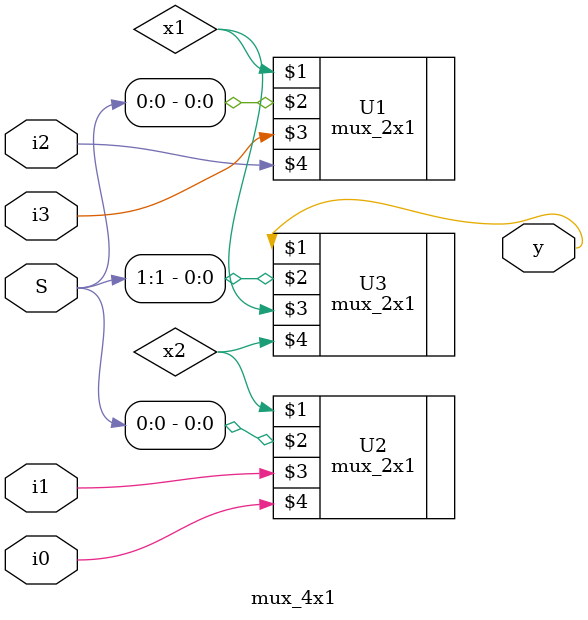
<source format=sv>
module mux_4x1(y, S, i3, i2, i1, i0);
input i3, i2, i1, i0;
input [1:0] S;
output y;

mux_2x1 U1 (x1, S[0], i3, i2);
mux_2x1 U2 (x2, S[0], i1, i0);
mux_2x1 U3 (y,  S[1], x1, x2);

endmodule
</source>
